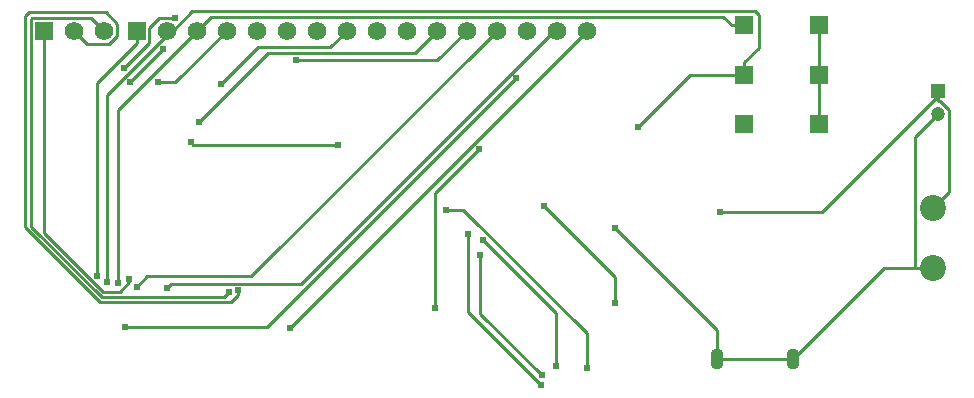
<source format=gbl>
G04 Layer: BottomLayer*
G04 EasyEDA v6.5.51, 2025-11-13 11:15:01*
G04 eeee07b8e3394328a7c479296e6499dd,d08b7503fb3042b1851704d71a85d887,10*
G04 Gerber Generator version 0.2*
G04 Scale: 100 percent, Rotated: No, Reflected: No *
G04 Dimensions in millimeters *
G04 leading zeros omitted , absolute positions ,4 integer and 5 decimal *
%FSLAX45Y45*%
%MOMM*%

%AMMACRO1*21,1,$1,$2,0,0,$3*%
%ADD10C,0.2540*%
%ADD11MACRO1,1.2X1.2X-90.0000*%
%ADD12C,1.2000*%
%ADD13R,1.5748X1.5748*%
%ADD14C,1.5748*%
%ADD15C,2.2000*%
%ADD16O,1.099998X1.799996*%
%ADD17C,0.6100*%
%ADD18C,0.0180*%

%LPD*%
D10*
X1866900Y8915400D02*
G01*
X1866900Y8808745D01*
X1866900Y8808745D02*
G01*
X1526387Y8468233D01*
X1526387Y6839940D01*
X1612468Y6790258D02*
G01*
X1612468Y8368969D01*
X2120900Y8877401D01*
X2120900Y8915400D01*
X2120900Y8915400D02*
G01*
X2170480Y8915400D01*
X2337993Y9082912D01*
X7098106Y9082912D01*
X7131151Y9049867D01*
X7131151Y8771331D01*
X7010400Y8650579D01*
X7010400Y8543925D02*
G01*
X7010400Y8650579D01*
X7010400Y8543925D02*
G01*
X6554063Y8543925D01*
X6109563Y8099425D01*
X4914900Y8915400D02*
G01*
X2833725Y6834225D01*
X1951253Y6834225D01*
X1864918Y6747890D01*
X1768932Y6402755D02*
G01*
X2967532Y6402755D01*
X5076139Y8511362D01*
X5422900Y8915400D02*
G01*
X5397372Y8915400D01*
X3256381Y6774408D01*
X2160066Y6774408D01*
X2124760Y6739102D01*
X3162528Y6401028D02*
G01*
X5676900Y8915400D01*
X1079500Y8915400D02*
G01*
X1079500Y7203998D01*
X1580311Y6703187D01*
X1721637Y6703187D01*
X1803222Y6784771D01*
X1803222Y6816242D01*
X1587500Y8915400D02*
G01*
X1478940Y9023959D01*
X980135Y9023959D01*
X972693Y9016517D01*
X972693Y7253147D01*
X1569465Y6656374D01*
X2601975Y6656374D01*
X2646324Y6700723D01*
X4487036Y7397165D02*
G01*
X4632426Y7397165D01*
X5674258Y6355334D01*
X5674258Y6058611D01*
X5674283Y6058611D01*
X3572459Y7948142D02*
G01*
X2344064Y7948142D01*
X2321839Y7970367D01*
X4763414Y7915681D02*
G01*
X4391228Y7543495D01*
X4391228Y6566077D01*
X4660900Y8915400D02*
G01*
X4411294Y8665794D01*
X3217240Y8665794D01*
X1333500Y8915400D02*
G01*
X1447774Y8801125D01*
X1630298Y8801125D01*
X1702892Y8873718D01*
X1702892Y8969629D01*
X1601673Y9070847D01*
X951026Y9070847D01*
X917295Y9037116D01*
X917295Y7250887D01*
X1552600Y6615582D01*
X2660141Y6615582D01*
X2725547Y6680987D01*
X2725547Y6715836D01*
X4672812Y7189749D02*
G01*
X4672812Y6533769D01*
X5290565Y5916015D01*
X1759102Y8598458D02*
G01*
X1973706Y8813063D01*
X1973706Y8941180D01*
X2055139Y9022613D01*
X2190699Y9022613D01*
X8648700Y8361857D02*
G01*
X7665770Y7378928D01*
X6802805Y7378928D01*
X8648700Y8361857D02*
G01*
X8648700Y8317890D01*
X8648700Y8405799D02*
G01*
X8648700Y8361857D01*
X8610600Y7416800D02*
G01*
X8746616Y7552817D01*
X8746616Y8241944D01*
X8670670Y8317890D01*
X8648700Y8317890D01*
X6779310Y6139306D02*
G01*
X6779310Y6378320D01*
X5915964Y7241667D01*
X7419314Y6139306D02*
G01*
X6779310Y6139306D01*
X7645400Y8543925D02*
G01*
X7645400Y8959850D01*
X7645400Y8128000D02*
G01*
X7645400Y8543925D01*
X8458860Y6908800D02*
G01*
X8610600Y6908800D01*
X7419314Y6139306D02*
G01*
X8188807Y6908800D01*
X8458860Y6908800D01*
X8458860Y6908800D02*
G01*
X8458860Y8015960D01*
X8648700Y8205800D01*
X2628900Y8915400D02*
G01*
X2192654Y8479154D01*
X2041880Y8479154D01*
X5914491Y6612915D02*
G01*
X5914491Y6827291D01*
X5315102Y7426680D01*
X3644900Y8915400D02*
G01*
X3504184Y8774684D01*
X2889910Y8774684D01*
X2575483Y8460257D01*
X2092197Y8764219D02*
G01*
X1807463Y8479485D01*
X2390927Y8143747D02*
G01*
X2975914Y8728735D01*
X4220235Y8728735D01*
X4406900Y8915400D01*
X4796205Y7141718D02*
G01*
X5416677Y6521246D01*
X5416677Y6076518D01*
X4770577Y7017410D02*
G01*
X4770577Y6518859D01*
X5293106Y5996330D01*
X2374900Y8915400D02*
G01*
X1703730Y8244230D01*
X1703730Y6780301D01*
X6903745Y8959850D02*
G01*
X6831736Y9031859D01*
X2491359Y9031859D01*
X2374900Y8915400D01*
X7010400Y8959850D02*
G01*
X6903745Y8959850D01*
D11*
G01*
X8648700Y8405799D03*
D12*
G01*
X8648700Y8205800D03*
D13*
G01*
X1866900Y8915400D03*
D14*
G01*
X2120900Y8915400D03*
G01*
X2374900Y8915400D03*
G01*
X2628900Y8915400D03*
G01*
X2882900Y8915400D03*
G01*
X3136900Y8915400D03*
G01*
X3390900Y8915400D03*
G01*
X3644900Y8915400D03*
G01*
X3898900Y8915400D03*
G01*
X4152900Y8915400D03*
G01*
X4406900Y8915400D03*
G01*
X4660900Y8915400D03*
G01*
X4914900Y8915400D03*
G01*
X5168900Y8915400D03*
G01*
X5422900Y8915400D03*
G01*
X5676900Y8915400D03*
D13*
G01*
X1079500Y8915400D03*
D14*
G01*
X1333500Y8915400D03*
G01*
X1587500Y8915400D03*
D13*
G01*
X7010400Y8959850D03*
G01*
X7010400Y8543925D03*
G01*
X7010400Y8128000D03*
G01*
X7645400Y8959850D03*
G01*
X7645400Y8543925D03*
G01*
X7645400Y8128000D03*
D15*
G01*
X8610600Y7416800D03*
G01*
X8610600Y6908800D03*
D16*
G01*
X7419314Y6139306D03*
G01*
X6779310Y6139306D03*
D17*
G01*
X1526387Y6839940D03*
G01*
X1612468Y6790258D03*
G01*
X6109563Y8099425D03*
G01*
X1864918Y6747890D03*
G01*
X5076139Y8511362D03*
G01*
X1768932Y6402755D03*
G01*
X2124760Y6739102D03*
G01*
X3162528Y6401028D03*
G01*
X1803222Y6816242D03*
G01*
X2646324Y6700723D03*
G01*
X5674283Y6058611D03*
G01*
X4487036Y7397165D03*
G01*
X2321839Y7970367D03*
G01*
X3572459Y7948142D03*
G01*
X4763414Y7915681D03*
G01*
X4391228Y6566077D03*
G01*
X3217240Y8665794D03*
G01*
X2725547Y6715836D03*
G01*
X4672812Y7189749D03*
G01*
X5290565Y5916015D03*
G01*
X2190699Y9022613D03*
G01*
X1759102Y8598458D03*
G01*
X6802805Y7378928D03*
G01*
X5915964Y7241667D03*
G01*
X2041880Y8479154D03*
G01*
X5315102Y7426680D03*
G01*
X5914491Y6612915D03*
G01*
X2575483Y8460257D03*
G01*
X2092197Y8764219D03*
G01*
X1807463Y8479485D03*
G01*
X2390927Y8143747D03*
G01*
X4796205Y7141718D03*
G01*
X5416677Y6076518D03*
G01*
X5293106Y5996330D03*
G01*
X4770577Y7017410D03*
G01*
X1703730Y6780301D03*
M02*

</source>
